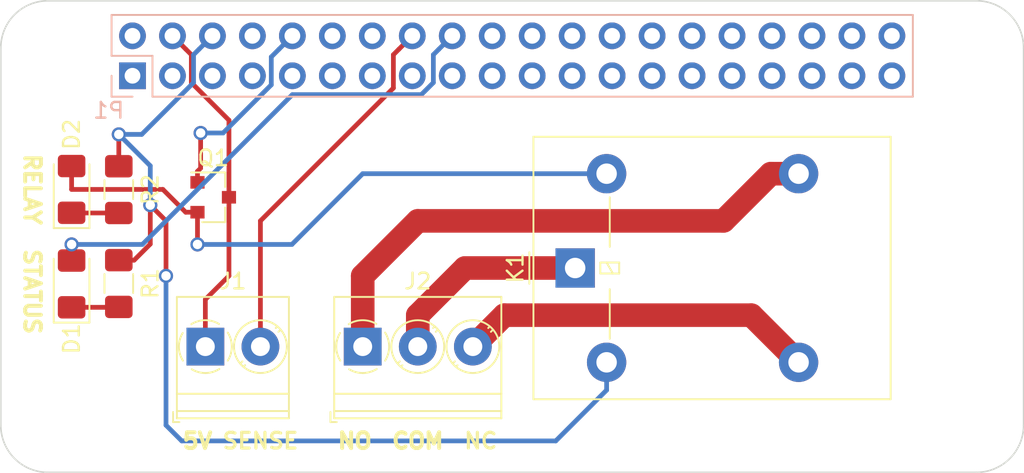
<source format=kicad_pcb>
(kicad_pcb (version 20171130) (host pcbnew "(5.0.0)")

  (general
    (thickness 1.6)
    (drawings 15)
    (tracks 77)
    (zones 0)
    (modules 13)
    (nets 38)
  )

  (page A3)
  (title_block
    (date "15 nov 2012")
  )

  (layers
    (0 F.Cu signal)
    (31 B.Cu signal)
    (32 B.Adhes user)
    (33 F.Adhes user)
    (34 B.Paste user)
    (35 F.Paste user)
    (36 B.SilkS user)
    (37 F.SilkS user)
    (38 B.Mask user)
    (39 F.Mask user)
    (40 Dwgs.User user)
    (41 Cmts.User user)
    (42 Eco1.User user)
    (43 Eco2.User user)
    (44 Edge.Cuts user)
  )

  (setup
    (last_trace_width 0.3)
    (trace_clearance 0.2)
    (zone_clearance 0.508)
    (zone_45_only no)
    (trace_min 0.1524)
    (segment_width 0.1)
    (edge_width 0.1)
    (via_size 0.9)
    (via_drill 0.6)
    (via_min_size 0.8)
    (via_min_drill 0.5)
    (uvia_size 0.5)
    (uvia_drill 0.1)
    (uvias_allowed no)
    (uvia_min_size 0.5)
    (uvia_min_drill 0.1)
    (pcb_text_width 0.3)
    (pcb_text_size 1 1)
    (mod_edge_width 0.15)
    (mod_text_size 1 1)
    (mod_text_width 0.15)
    (pad_size 2.5 2.5)
    (pad_drill 2.5)
    (pad_to_mask_clearance 0)
    (aux_axis_origin 200 150)
    (grid_origin 203 150)
    (visible_elements 7FFFFFFF)
    (pcbplotparams
      (layerselection 0x010f0_ffffffff)
      (usegerberextensions false)
      (usegerberattributes true)
      (usegerberadvancedattributes false)
      (creategerberjobfile false)
      (excludeedgelayer true)
      (linewidth 0.150000)
      (plotframeref false)
      (viasonmask false)
      (mode 1)
      (useauxorigin false)
      (hpglpennumber 1)
      (hpglpenspeed 20)
      (hpglpendiameter 15.000000)
      (psnegative false)
      (psa4output false)
      (plotreference true)
      (plotvalue true)
      (plotinvisibletext false)
      (padsonsilk false)
      (subtractmaskfromsilk false)
      (outputformat 1)
      (mirror false)
      (drillshape 0)
      (scaleselection 1)
      (outputdirectory "gerber/"))
  )

  (net 0 "")
  (net 1 +3V3)
  (net 2 +5V)
  (net 3 GND)
  (net 4 /ID_SD)
  (net 5 /ID_SC)
  (net 6 /GPIO5)
  (net 7 /GPIO6)
  (net 8 /GPIO26)
  (net 9 "/GPIO2(SDA1)")
  (net 10 "/GPIO3(SCL1)")
  (net 11 "/GPIO4(GCLK)")
  (net 12 "/GPIO15(RXD0)")
  (net 13 "/GPIO17(GEN0)")
  (net 14 "/GPIO27(GEN2)")
  (net 15 "/GPIO22(GEN3)")
  (net 16 "/GPIO23(GEN4)")
  (net 17 "/GPIO24(GEN5)")
  (net 18 "/GPIO25(GEN6)")
  (net 19 "/GPIO18(GEN1)(PWM0)")
  (net 20 "/GPIO10(SPI0_MOSI)")
  (net 21 "/GPIO9(SPI0_MISO)")
  (net 22 "/GPIO11(SPI0_SCK)")
  (net 23 "/GPIO8(SPI0_CE_N)")
  (net 24 "/GPIO7(SPI1_CE_N)")
  (net 25 "/GPIO12(PWM0)")
  (net 26 "/GPIO13(PWM1)")
  (net 27 "/GPIO19(SPI1_MISO)")
  (net 28 /GPIO16)
  (net 29 "/GPIO20(SPI1_MOSI)")
  (net 30 "/GPIO21(SPI1_SCK)")
  (net 31 "Net-(D1-Pad1)")
  (net 32 "Net-(J2-Pad1)")
  (net 33 "Net-(J2-Pad2)")
  (net 34 "Net-(J2-Pad3)")
  (net 35 "Net-(D2-Pad1)")
  (net 36 "Net-(D2-Pad2)")
  (net 37 "Net-(P1-Pad8)")

  (net_class Default "This is the default net class."
    (clearance 0.2)
    (trace_width 0.3)
    (via_dia 0.9)
    (via_drill 0.6)
    (uvia_dia 0.5)
    (uvia_drill 0.1)
    (add_net +3V3)
    (add_net +5V)
    (add_net "/GPIO10(SPI0_MOSI)")
    (add_net "/GPIO11(SPI0_SCK)")
    (add_net "/GPIO12(PWM0)")
    (add_net "/GPIO13(PWM1)")
    (add_net "/GPIO15(RXD0)")
    (add_net /GPIO16)
    (add_net "/GPIO17(GEN0)")
    (add_net "/GPIO18(GEN1)(PWM0)")
    (add_net "/GPIO19(SPI1_MISO)")
    (add_net "/GPIO2(SDA1)")
    (add_net "/GPIO20(SPI1_MOSI)")
    (add_net "/GPIO21(SPI1_SCK)")
    (add_net "/GPIO22(GEN3)")
    (add_net "/GPIO23(GEN4)")
    (add_net "/GPIO24(GEN5)")
    (add_net "/GPIO25(GEN6)")
    (add_net /GPIO26)
    (add_net "/GPIO27(GEN2)")
    (add_net "/GPIO3(SCL1)")
    (add_net "/GPIO4(GCLK)")
    (add_net /GPIO5)
    (add_net /GPIO6)
    (add_net "/GPIO7(SPI1_CE_N)")
    (add_net "/GPIO8(SPI0_CE_N)")
    (add_net "/GPIO9(SPI0_MISO)")
    (add_net /ID_SC)
    (add_net /ID_SD)
    (add_net GND)
    (add_net "Net-(D1-Pad1)")
    (add_net "Net-(D2-Pad1)")
    (add_net "Net-(D2-Pad2)")
    (add_net "Net-(P1-Pad8)")
  )

  (net_class Power ""
    (clearance 0.5)
    (trace_width 1.5)
    (via_dia 1)
    (via_drill 0.7)
    (uvia_dia 0.5)
    (uvia_drill 0.1)
    (add_net "Net-(J2-Pad1)")
    (add_net "Net-(J2-Pad2)")
    (add_net "Net-(J2-Pad3)")
  )

  (module TerminalBlock_Phoenix:TerminalBlock_Phoenix_PT-1,5-2-3.5-H_1x02_P3.50mm_Horizontal (layer F.Cu) (tedit 5B294F3F) (tstamp 5B80E8BF)
    (at 213 142)
    (descr "Terminal Block Phoenix PT-1,5-2-3.5-H, 2 pins, pitch 3.5mm, size 7x7.6mm^2, drill diamater 1.2mm, pad diameter 2.4mm, see , script-generated using https://github.com/pointhi/kicad-footprint-generator/scripts/TerminalBlock_Phoenix")
    (tags "THT Terminal Block Phoenix PT-1,5-2-3.5-H pitch 3.5mm size 7x7.6mm^2 drill 1.2mm pad 2.4mm")
    (path /5B7566A2)
    (fp_text reference J1 (at 1.75 -4.16) (layer F.SilkS)
      (effects (font (size 1 1) (thickness 0.15)))
    )
    (fp_text value Screw_Terminal_01x02 (at 1.75 5.56) (layer F.Fab)
      (effects (font (size 1 1) (thickness 0.15)))
    )
    (fp_arc (start 0 0) (end 0 1.68) (angle -32) (layer F.SilkS) (width 0.12))
    (fp_arc (start 0 0) (end 1.425 0.891) (angle -64) (layer F.SilkS) (width 0.12))
    (fp_arc (start 0 0) (end 0.866 -1.44) (angle -63) (layer F.SilkS) (width 0.12))
    (fp_arc (start 0 0) (end -1.44 -0.866) (angle -63) (layer F.SilkS) (width 0.12))
    (fp_arc (start 0 0) (end -0.866 1.44) (angle -32) (layer F.SilkS) (width 0.12))
    (fp_circle (center 0 0) (end 1.5 0) (layer F.Fab) (width 0.1))
    (fp_circle (center 3.5 0) (end 5 0) (layer F.Fab) (width 0.1))
    (fp_circle (center 3.5 0) (end 5.18 0) (layer F.SilkS) (width 0.12))
    (fp_line (start -1.75 -3.1) (end 5.25 -3.1) (layer F.Fab) (width 0.1))
    (fp_line (start 5.25 -3.1) (end 5.25 4.5) (layer F.Fab) (width 0.1))
    (fp_line (start 5.25 4.5) (end -1.35 4.5) (layer F.Fab) (width 0.1))
    (fp_line (start -1.35 4.5) (end -1.75 4.1) (layer F.Fab) (width 0.1))
    (fp_line (start -1.75 4.1) (end -1.75 -3.1) (layer F.Fab) (width 0.1))
    (fp_line (start -1.75 4.1) (end 5.25 4.1) (layer F.Fab) (width 0.1))
    (fp_line (start -1.81 4.1) (end 5.31 4.1) (layer F.SilkS) (width 0.12))
    (fp_line (start -1.75 3) (end 5.25 3) (layer F.Fab) (width 0.1))
    (fp_line (start -1.81 3) (end 5.31 3) (layer F.SilkS) (width 0.12))
    (fp_line (start -1.81 -3.16) (end 5.31 -3.16) (layer F.SilkS) (width 0.12))
    (fp_line (start -1.81 4.56) (end 5.31 4.56) (layer F.SilkS) (width 0.12))
    (fp_line (start -1.81 -3.16) (end -1.81 4.56) (layer F.SilkS) (width 0.12))
    (fp_line (start 5.31 -3.16) (end 5.31 4.56) (layer F.SilkS) (width 0.12))
    (fp_line (start 1.138 -0.955) (end -0.955 1.138) (layer F.Fab) (width 0.1))
    (fp_line (start 0.955 -1.138) (end -1.138 0.955) (layer F.Fab) (width 0.1))
    (fp_line (start 4.638 -0.955) (end 2.546 1.138) (layer F.Fab) (width 0.1))
    (fp_line (start 4.455 -1.138) (end 2.363 0.955) (layer F.Fab) (width 0.1))
    (fp_line (start 4.775 -1.069) (end 4.646 -0.941) (layer F.SilkS) (width 0.12))
    (fp_line (start 2.525 1.181) (end 2.431 1.274) (layer F.SilkS) (width 0.12))
    (fp_line (start 4.57 -1.275) (end 4.476 -1.181) (layer F.SilkS) (width 0.12))
    (fp_line (start 2.355 0.941) (end 2.226 1.069) (layer F.SilkS) (width 0.12))
    (fp_line (start -2.05 4.16) (end -2.05 4.8) (layer F.SilkS) (width 0.12))
    (fp_line (start -2.05 4.8) (end -1.65 4.8) (layer F.SilkS) (width 0.12))
    (fp_line (start -2.25 -3.6) (end -2.25 5) (layer F.CrtYd) (width 0.05))
    (fp_line (start -2.25 5) (end 5.75 5) (layer F.CrtYd) (width 0.05))
    (fp_line (start 5.75 5) (end 5.75 -3.6) (layer F.CrtYd) (width 0.05))
    (fp_line (start 5.75 -3.6) (end -2.25 -3.6) (layer F.CrtYd) (width 0.05))
    (fp_text user %R (at 1.75 2.4) (layer F.Fab)
      (effects (font (size 1 1) (thickness 0.15)))
    )
    (pad 1 thru_hole rect (at 0 0) (size 2.4 2.4) (drill 1.2) (layers *.Cu *.Mask)
      (net 2 +5V))
    (pad 2 thru_hole circle (at 3.5 0) (size 2.4 2.4) (drill 1.2) (layers *.Cu *.Mask)
      (net 16 "/GPIO23(GEN4)"))
    (model ${KISYS3DMOD}/TerminalBlock_Phoenix.3dshapes/TerminalBlock_Phoenix_PT-1,5-2-3.5-H_1x02_P3.50mm_Horizontal.wrl
      (at (xyz 0 0 0))
      (scale (xyz 1 1 1))
      (rotate (xyz 0 0 0))
    )
  )

  (module Package_TO_SOT_SMD:SOT-23 (layer F.Cu) (tedit 5A02FF57) (tstamp 5B7591CE)
    (at 213.5 132.5)
    (descr "SOT-23, Standard")
    (tags SOT-23)
    (path /5B75C250)
    (attr smd)
    (fp_text reference Q1 (at 0 -2.5) (layer F.SilkS)
      (effects (font (size 1 1) (thickness 0.15)))
    )
    (fp_text value MMBT3904 (at 0 2.5) (layer F.Fab)
      (effects (font (size 1 1) (thickness 0.15)))
    )
    (fp_text user %R (at 0 0 90) (layer F.Fab)
      (effects (font (size 0.5 0.5) (thickness 0.075)))
    )
    (fp_line (start -0.7 -0.95) (end -0.7 1.5) (layer F.Fab) (width 0.1))
    (fp_line (start -0.15 -1.52) (end 0.7 -1.52) (layer F.Fab) (width 0.1))
    (fp_line (start -0.7 -0.95) (end -0.15 -1.52) (layer F.Fab) (width 0.1))
    (fp_line (start 0.7 -1.52) (end 0.7 1.52) (layer F.Fab) (width 0.1))
    (fp_line (start -0.7 1.52) (end 0.7 1.52) (layer F.Fab) (width 0.1))
    (fp_line (start 0.76 1.58) (end 0.76 0.65) (layer F.SilkS) (width 0.12))
    (fp_line (start 0.76 -1.58) (end 0.76 -0.65) (layer F.SilkS) (width 0.12))
    (fp_line (start -1.7 -1.75) (end 1.7 -1.75) (layer F.CrtYd) (width 0.05))
    (fp_line (start 1.7 -1.75) (end 1.7 1.75) (layer F.CrtYd) (width 0.05))
    (fp_line (start 1.7 1.75) (end -1.7 1.75) (layer F.CrtYd) (width 0.05))
    (fp_line (start -1.7 1.75) (end -1.7 -1.75) (layer F.CrtYd) (width 0.05))
    (fp_line (start 0.76 -1.58) (end -1.4 -1.58) (layer F.SilkS) (width 0.12))
    (fp_line (start 0.76 1.58) (end -0.7 1.58) (layer F.SilkS) (width 0.12))
    (pad 1 smd rect (at -1 -0.95) (size 0.9 0.8) (layers F.Cu F.Paste F.Mask)
      (net 12 "/GPIO15(RXD0)"))
    (pad 2 smd rect (at -1 0.95) (size 0.9 0.8) (layers F.Cu F.Paste F.Mask)
      (net 36 "Net-(D2-Pad2)"))
    (pad 3 smd rect (at 1 0) (size 0.9 0.8) (layers F.Cu F.Paste F.Mask)
      (net 2 +5V))
    (model ${KISYS3DMOD}/Package_TO_SOT_SMD.3dshapes/SOT-23.wrl
      (at (xyz 0 0 0))
      (scale (xyz 1 1 1))
      (rotate (xyz 0 0 0))
    )
  )

  (module LED_SMD:LED_1206_3216Metric_Pad1.42x1.75mm_HandSolder (layer F.Cu) (tedit 5B4B45C9) (tstamp 5B80F3C6)
    (at 204.5 132 90)
    (descr "LED SMD 1206 (3216 Metric), square (rectangular) end terminal, IPC_7351 nominal, (Body size source: http://www.tortai-tech.com/upload/download/2011102023233369053.pdf), generated with kicad-footprint-generator")
    (tags "LED handsolder")
    (path /5B76D8B5)
    (attr smd)
    (fp_text reference D2 (at 3.5 0 90) (layer F.SilkS)
      (effects (font (size 1 1) (thickness 0.15)))
    )
    (fp_text value LED (at 0 1.82 90) (layer F.Fab)
      (effects (font (size 1 1) (thickness 0.15)))
    )
    (fp_line (start 1.6 -0.8) (end -1.2 -0.8) (layer F.Fab) (width 0.1))
    (fp_line (start -1.2 -0.8) (end -1.6 -0.4) (layer F.Fab) (width 0.1))
    (fp_line (start -1.6 -0.4) (end -1.6 0.8) (layer F.Fab) (width 0.1))
    (fp_line (start -1.6 0.8) (end 1.6 0.8) (layer F.Fab) (width 0.1))
    (fp_line (start 1.6 0.8) (end 1.6 -0.8) (layer F.Fab) (width 0.1))
    (fp_line (start 1.6 -1.135) (end -2.46 -1.135) (layer F.SilkS) (width 0.12))
    (fp_line (start -2.46 -1.135) (end -2.46 1.135) (layer F.SilkS) (width 0.12))
    (fp_line (start -2.46 1.135) (end 1.6 1.135) (layer F.SilkS) (width 0.12))
    (fp_line (start -2.45 1.12) (end -2.45 -1.12) (layer F.CrtYd) (width 0.05))
    (fp_line (start -2.45 -1.12) (end 2.45 -1.12) (layer F.CrtYd) (width 0.05))
    (fp_line (start 2.45 -1.12) (end 2.45 1.12) (layer F.CrtYd) (width 0.05))
    (fp_line (start 2.45 1.12) (end -2.45 1.12) (layer F.CrtYd) (width 0.05))
    (fp_text user %R (at 0 0 90) (layer F.Fab)
      (effects (font (size 0.8 0.8) (thickness 0.12)))
    )
    (pad 1 smd roundrect (at -1.4875 0 90) (size 1.425 1.75) (layers F.Cu F.Paste F.Mask) (roundrect_rratio 0.175439)
      (net 35 "Net-(D2-Pad1)"))
    (pad 2 smd roundrect (at 1.4875 0 90) (size 1.425 1.75) (layers F.Cu F.Paste F.Mask) (roundrect_rratio 0.175439)
      (net 36 "Net-(D2-Pad2)"))
    (model ${KISYS3DMOD}/LED_SMD.3dshapes/LED_1206_3216Metric.wrl
      (at (xyz 0 0 0))
      (scale (xyz 1 1 1))
      (rotate (xyz 0 0 0))
    )
  )

  (module Resistor_SMD:R_1206_3216Metric_Pad1.42x1.75mm_HandSolder (layer F.Cu) (tedit 5B301BBD) (tstamp 5B80F3D7)
    (at 207.5 132.0125 90)
    (descr "Resistor SMD 1206 (3216 Metric), square (rectangular) end terminal, IPC_7351 nominal with elongated pad for handsoldering. (Body size source: http://www.tortai-tech.com/upload/download/2011102023233369053.pdf), generated with kicad-footprint-generator")
    (tags "resistor handsolder")
    (path /5B76D8BC)
    (attr smd)
    (fp_text reference R2 (at 0 2 90) (layer F.SilkS)
      (effects (font (size 1 1) (thickness 0.15)))
    )
    (fp_text value R (at 0 1.82 90) (layer F.Fab)
      (effects (font (size 1 1) (thickness 0.15)))
    )
    (fp_line (start -1.6 0.8) (end -1.6 -0.8) (layer F.Fab) (width 0.1))
    (fp_line (start -1.6 -0.8) (end 1.6 -0.8) (layer F.Fab) (width 0.1))
    (fp_line (start 1.6 -0.8) (end 1.6 0.8) (layer F.Fab) (width 0.1))
    (fp_line (start 1.6 0.8) (end -1.6 0.8) (layer F.Fab) (width 0.1))
    (fp_line (start -0.602064 -0.91) (end 0.602064 -0.91) (layer F.SilkS) (width 0.12))
    (fp_line (start -0.602064 0.91) (end 0.602064 0.91) (layer F.SilkS) (width 0.12))
    (fp_line (start -2.45 1.12) (end -2.45 -1.12) (layer F.CrtYd) (width 0.05))
    (fp_line (start -2.45 -1.12) (end 2.45 -1.12) (layer F.CrtYd) (width 0.05))
    (fp_line (start 2.45 -1.12) (end 2.45 1.12) (layer F.CrtYd) (width 0.05))
    (fp_line (start 2.45 1.12) (end -2.45 1.12) (layer F.CrtYd) (width 0.05))
    (fp_text user %R (at 0 0 90) (layer F.Fab)
      (effects (font (size 0.8 0.8) (thickness 0.12)))
    )
    (pad 1 smd roundrect (at -1.4875 0 90) (size 1.425 1.75) (layers F.Cu F.Paste F.Mask) (roundrect_rratio 0.175439)
      (net 35 "Net-(D2-Pad1)"))
    (pad 2 smd roundrect (at 1.4875 0 90) (size 1.425 1.75) (layers F.Cu F.Paste F.Mask) (roundrect_rratio 0.175439)
      (net 3 GND))
    (model ${KISYS3DMOD}/Resistor_SMD.3dshapes/R_1206_3216Metric.wrl
      (at (xyz 0 0 0))
      (scale (xyz 1 1 1))
      (rotate (xyz 0 0 0))
    )
  )

  (module Connector_PinSocket_2.54mm:PinSocket_2x20_P2.54mm_Vertical (layer B.Cu) (tedit 5A19A433) (tstamp 5A793E9F)
    (at 208.37 124.77 270)
    (descr "Through hole straight socket strip, 2x20, 2.54mm pitch, double cols (from Kicad 4.0.7), script generated")
    (tags "Through hole socket strip THT 2x20 2.54mm double row")
    (path /59AD464A)
    (fp_text reference P1 (at 2.208 1.512) (layer B.SilkS)
      (effects (font (size 1 1) (thickness 0.15)) (justify mirror))
    )
    (fp_text value Conn_02x20_Odd_Even (at -1.27 -51.03 270) (layer B.Fab)
      (effects (font (size 1 1) (thickness 0.15)) (justify mirror))
    )
    (fp_line (start -3.81 1.27) (end 0.27 1.27) (layer B.Fab) (width 0.1))
    (fp_line (start 0.27 1.27) (end 1.27 0.27) (layer B.Fab) (width 0.1))
    (fp_line (start 1.27 0.27) (end 1.27 -49.53) (layer B.Fab) (width 0.1))
    (fp_line (start 1.27 -49.53) (end -3.81 -49.53) (layer B.Fab) (width 0.1))
    (fp_line (start -3.81 -49.53) (end -3.81 1.27) (layer B.Fab) (width 0.1))
    (fp_line (start -3.87 1.33) (end -1.27 1.33) (layer B.SilkS) (width 0.12))
    (fp_line (start -3.87 1.33) (end -3.87 -49.59) (layer B.SilkS) (width 0.12))
    (fp_line (start -3.87 -49.59) (end 1.33 -49.59) (layer B.SilkS) (width 0.12))
    (fp_line (start 1.33 -1.27) (end 1.33 -49.59) (layer B.SilkS) (width 0.12))
    (fp_line (start -1.27 -1.27) (end 1.33 -1.27) (layer B.SilkS) (width 0.12))
    (fp_line (start -1.27 1.33) (end -1.27 -1.27) (layer B.SilkS) (width 0.12))
    (fp_line (start 1.33 1.33) (end 1.33 0) (layer B.SilkS) (width 0.12))
    (fp_line (start 0 1.33) (end 1.33 1.33) (layer B.SilkS) (width 0.12))
    (fp_line (start -4.34 1.8) (end 1.76 1.8) (layer B.CrtYd) (width 0.05))
    (fp_line (start 1.76 1.8) (end 1.76 -50) (layer B.CrtYd) (width 0.05))
    (fp_line (start 1.76 -50) (end -4.34 -50) (layer B.CrtYd) (width 0.05))
    (fp_line (start -4.34 -50) (end -4.34 1.8) (layer B.CrtYd) (width 0.05))
    (fp_text user %R (at -1.27 -24.13 180) (layer B.Fab)
      (effects (font (size 1 1) (thickness 0.15)) (justify mirror))
    )
    (pad 1 thru_hole rect (at 0 0 270) (size 1.7 1.7) (drill 1) (layers *.Cu *.Mask)
      (net 1 +3V3))
    (pad 2 thru_hole oval (at -2.54 0 270) (size 1.7 1.7) (drill 1) (layers *.Cu *.Mask)
      (net 2 +5V))
    (pad 3 thru_hole oval (at 0 -2.54 270) (size 1.7 1.7) (drill 1) (layers *.Cu *.Mask)
      (net 9 "/GPIO2(SDA1)"))
    (pad 4 thru_hole oval (at -2.54 -2.54 270) (size 1.7 1.7) (drill 1) (layers *.Cu *.Mask)
      (net 2 +5V))
    (pad 5 thru_hole oval (at 0 -5.08 270) (size 1.7 1.7) (drill 1) (layers *.Cu *.Mask)
      (net 10 "/GPIO3(SCL1)"))
    (pad 6 thru_hole oval (at -2.54 -5.08 270) (size 1.7 1.7) (drill 1) (layers *.Cu *.Mask)
      (net 3 GND))
    (pad 7 thru_hole oval (at 0 -7.62 270) (size 1.7 1.7) (drill 1) (layers *.Cu *.Mask)
      (net 11 "/GPIO4(GCLK)"))
    (pad 8 thru_hole oval (at -2.54 -7.62 270) (size 1.7 1.7) (drill 1) (layers *.Cu *.Mask)
      (net 37 "Net-(P1-Pad8)"))
    (pad 9 thru_hole oval (at 0 -10.16 270) (size 1.7 1.7) (drill 1) (layers *.Cu *.Mask)
      (net 3 GND))
    (pad 10 thru_hole oval (at -2.54 -10.16 270) (size 1.7 1.7) (drill 1) (layers *.Cu *.Mask)
      (net 12 "/GPIO15(RXD0)"))
    (pad 11 thru_hole oval (at 0 -12.7 270) (size 1.7 1.7) (drill 1) (layers *.Cu *.Mask)
      (net 13 "/GPIO17(GEN0)"))
    (pad 12 thru_hole oval (at -2.54 -12.7 270) (size 1.7 1.7) (drill 1) (layers *.Cu *.Mask)
      (net 19 "/GPIO18(GEN1)(PWM0)"))
    (pad 13 thru_hole oval (at 0 -15.24 270) (size 1.7 1.7) (drill 1) (layers *.Cu *.Mask)
      (net 14 "/GPIO27(GEN2)"))
    (pad 14 thru_hole oval (at -2.54 -15.24 270) (size 1.7 1.7) (drill 1) (layers *.Cu *.Mask)
      (net 3 GND))
    (pad 15 thru_hole oval (at 0 -17.78 270) (size 1.7 1.7) (drill 1) (layers *.Cu *.Mask)
      (net 15 "/GPIO22(GEN3)"))
    (pad 16 thru_hole oval (at -2.54 -17.78 270) (size 1.7 1.7) (drill 1) (layers *.Cu *.Mask)
      (net 16 "/GPIO23(GEN4)"))
    (pad 17 thru_hole oval (at 0 -20.32 270) (size 1.7 1.7) (drill 1) (layers *.Cu *.Mask)
      (net 1 +3V3))
    (pad 18 thru_hole oval (at -2.54 -20.32 270) (size 1.7 1.7) (drill 1) (layers *.Cu *.Mask)
      (net 17 "/GPIO24(GEN5)"))
    (pad 19 thru_hole oval (at 0 -22.86 270) (size 1.7 1.7) (drill 1) (layers *.Cu *.Mask)
      (net 20 "/GPIO10(SPI0_MOSI)"))
    (pad 20 thru_hole oval (at -2.54 -22.86 270) (size 1.7 1.7) (drill 1) (layers *.Cu *.Mask)
      (net 3 GND))
    (pad 21 thru_hole oval (at 0 -25.4 270) (size 1.7 1.7) (drill 1) (layers *.Cu *.Mask)
      (net 21 "/GPIO9(SPI0_MISO)"))
    (pad 22 thru_hole oval (at -2.54 -25.4 270) (size 1.7 1.7) (drill 1) (layers *.Cu *.Mask)
      (net 18 "/GPIO25(GEN6)"))
    (pad 23 thru_hole oval (at 0 -27.94 270) (size 1.7 1.7) (drill 1) (layers *.Cu *.Mask)
      (net 22 "/GPIO11(SPI0_SCK)"))
    (pad 24 thru_hole oval (at -2.54 -27.94 270) (size 1.7 1.7) (drill 1) (layers *.Cu *.Mask)
      (net 23 "/GPIO8(SPI0_CE_N)"))
    (pad 25 thru_hole oval (at 0 -30.48 270) (size 1.7 1.7) (drill 1) (layers *.Cu *.Mask)
      (net 3 GND))
    (pad 26 thru_hole oval (at -2.54 -30.48 270) (size 1.7 1.7) (drill 1) (layers *.Cu *.Mask)
      (net 24 "/GPIO7(SPI1_CE_N)"))
    (pad 27 thru_hole oval (at 0 -33.02 270) (size 1.7 1.7) (drill 1) (layers *.Cu *.Mask)
      (net 4 /ID_SD))
    (pad 28 thru_hole oval (at -2.54 -33.02 270) (size 1.7 1.7) (drill 1) (layers *.Cu *.Mask)
      (net 5 /ID_SC))
    (pad 29 thru_hole oval (at 0 -35.56 270) (size 1.7 1.7) (drill 1) (layers *.Cu *.Mask)
      (net 6 /GPIO5))
    (pad 30 thru_hole oval (at -2.54 -35.56 270) (size 1.7 1.7) (drill 1) (layers *.Cu *.Mask)
      (net 3 GND))
    (pad 31 thru_hole oval (at 0 -38.1 270) (size 1.7 1.7) (drill 1) (layers *.Cu *.Mask)
      (net 7 /GPIO6))
    (pad 32 thru_hole oval (at -2.54 -38.1 270) (size 1.7 1.7) (drill 1) (layers *.Cu *.Mask)
      (net 25 "/GPIO12(PWM0)"))
    (pad 33 thru_hole oval (at 0 -40.64 270) (size 1.7 1.7) (drill 1) (layers *.Cu *.Mask)
      (net 26 "/GPIO13(PWM1)"))
    (pad 34 thru_hole oval (at -2.54 -40.64 270) (size 1.7 1.7) (drill 1) (layers *.Cu *.Mask)
      (net 3 GND))
    (pad 35 thru_hole oval (at 0 -43.18 270) (size 1.7 1.7) (drill 1) (layers *.Cu *.Mask)
      (net 27 "/GPIO19(SPI1_MISO)"))
    (pad 36 thru_hole oval (at -2.54 -43.18 270) (size 1.7 1.7) (drill 1) (layers *.Cu *.Mask)
      (net 28 /GPIO16))
    (pad 37 thru_hole oval (at 0 -45.72 270) (size 1.7 1.7) (drill 1) (layers *.Cu *.Mask)
      (net 8 /GPIO26))
    (pad 38 thru_hole oval (at -2.54 -45.72 270) (size 1.7 1.7) (drill 1) (layers *.Cu *.Mask)
      (net 29 "/GPIO20(SPI1_MOSI)"))
    (pad 39 thru_hole oval (at 0 -48.26 270) (size 1.7 1.7) (drill 1) (layers *.Cu *.Mask)
      (net 3 GND))
    (pad 40 thru_hole oval (at -2.54 -48.26 270) (size 1.7 1.7) (drill 1) (layers *.Cu *.Mask)
      (net 30 "/GPIO21(SPI1_SCK)"))
    (model ${KISYS3DMOD}/Connector_PinSocket_2.54mm.3dshapes/PinSocket_2x20_P2.54mm_Vertical.wrl
      (at (xyz 0 0 0))
      (scale (xyz 1 1 1))
      (rotate (xyz 0 0 0))
    )
  )

  (module MountingHole:MountingHole_2.7mm_M2.5 (layer F.Cu) (tedit 5B74A41B) (tstamp 5A793E98)
    (at 261.5 146.5)
    (descr "Mounting Hole 2.7mm, no annular, M2.5")
    (tags "mounting hole 2.7mm no annular m2.5")
    (path /5834FC4F)
    (attr virtual)
    (fp_text reference MK4 (at 0 -3.7) (layer F.SilkS) hide
      (effects (font (size 1 1) (thickness 0.15)))
    )
    (fp_text value M2.5 (at 0 3.7) (layer F.Fab)
      (effects (font (size 1 1) (thickness 0.15)))
    )
    (fp_circle (center 0 0) (end 2.95 0) (layer F.CrtYd) (width 0.05))
    (fp_circle (center 0 0) (end 2.7 0) (layer Cmts.User) (width 0.15))
    (fp_text user %R (at 0.3 0) (layer F.Fab)
      (effects (font (size 1 1) (thickness 0.15)))
    )
    (pad 1 np_thru_hole circle (at 0 0) (size 2.7 2.7) (drill 2.7) (layers *.Cu *.Mask))
  )

  (module MountingHole:MountingHole_2.7mm_M2.5 (layer F.Cu) (tedit 5B74A40D) (tstamp 5A793E91)
    (at 203.5 146.5)
    (descr "Mounting Hole 2.7mm, no annular, M2.5")
    (tags "mounting hole 2.7mm no annular m2.5")
    (path /5834FBEF)
    (attr virtual)
    (fp_text reference MK3 (at 3 -3) (layer F.SilkS) hide
      (effects (font (size 1 1) (thickness 0.15)))
    )
    (fp_text value M2.5 (at 0 3.7) (layer F.Fab)
      (effects (font (size 1 1) (thickness 0.15)))
    )
    (fp_text user %R (at 0.3 0) (layer F.Fab)
      (effects (font (size 1 1) (thickness 0.15)))
    )
    (fp_circle (center 0 0) (end 2.7 0) (layer Cmts.User) (width 0.15))
    (fp_circle (center 0 0) (end 2.95 0) (layer F.CrtYd) (width 0.05))
    (pad 1 np_thru_hole circle (at 0 0) (size 2.7 2.7) (drill 2.7) (layers *.Cu *.Mask))
  )

  (module MountingHole:MountingHole_2.7mm_M2.5 (layer F.Cu) (tedit 5B74A422) (tstamp 5A793E8A)
    (at 261.5 123.5 180)
    (descr "Mounting Hole 2.7mm, no annular, M2.5")
    (tags "mounting hole 2.7mm no annular m2.5")
    (path /5834FC19)
    (attr virtual)
    (fp_text reference MK2 (at 0 -3.7 180) (layer F.SilkS) hide
      (effects (font (size 1 1) (thickness 0.15)))
    )
    (fp_text value M2.5 (at 0 3.7 180) (layer F.Fab)
      (effects (font (size 1 1) (thickness 0.15)))
    )
    (fp_circle (center 0 0) (end 2.95 0) (layer F.CrtYd) (width 0.05))
    (fp_circle (center 0 0) (end 2.7 0) (layer Cmts.User) (width 0.15))
    (fp_text user %R (at 0.3 0 180) (layer F.Fab)
      (effects (font (size 1 1) (thickness 0.15)))
    )
    (pad 1 np_thru_hole circle (at 0 0 180) (size 2.7 2.7) (drill 2.7) (layers *.Cu *.Mask))
  )

  (module MountingHole:MountingHole_2.7mm_M2.5 (layer F.Cu) (tedit 5B74A415) (tstamp 5A793E83)
    (at 203.5 123.5 180)
    (descr "Mounting Hole 2.7mm, no annular, M2.5")
    (tags "mounting hole 2.7mm no annular m2.5")
    (path /5834FB2E)
    (attr virtual)
    (fp_text reference MK1 (at 0 -3.7 180) (layer F.SilkS) hide
      (effects (font (size 1 1) (thickness 0.15)))
    )
    (fp_text value M2.5 (at 0 3.7 180) (layer F.Fab)
      (effects (font (size 1 1) (thickness 0.15)))
    )
    (fp_text user %R (at 0.3 0 180) (layer F.Fab)
      (effects (font (size 1 1) (thickness 0.15)))
    )
    (fp_circle (center 0 0) (end 2.7 0) (layer Cmts.User) (width 0.15))
    (fp_circle (center 0 0) (end 2.95 0) (layer F.CrtYd) (width 0.05))
    (pad 1 np_thru_hole circle (at 0 0 180) (size 2.7 2.7) (drill 2.7) (layers *.Cu *.Mask))
  )

  (module LED_SMD:LED_1206_3216Metric_Pad1.42x1.75mm_HandSolder (layer F.Cu) (tedit 5B4B45C9) (tstamp 5B80E895)
    (at 204.5 138.0125 90)
    (descr "LED SMD 1206 (3216 Metric), square (rectangular) end terminal, IPC_7351 nominal, (Body size source: http://www.tortai-tech.com/upload/download/2011102023233369053.pdf), generated with kicad-footprint-generator")
    (tags "LED handsolder")
    (path /5B75BBE7)
    (attr smd)
    (fp_text reference D1 (at -3.4875 0 90) (layer F.SilkS)
      (effects (font (size 1 1) (thickness 0.15)))
    )
    (fp_text value LED (at 0 1.82 90) (layer F.Fab)
      (effects (font (size 1 1) (thickness 0.15)))
    )
    (fp_line (start 1.6 -0.8) (end -1.2 -0.8) (layer F.Fab) (width 0.1))
    (fp_line (start -1.2 -0.8) (end -1.6 -0.4) (layer F.Fab) (width 0.1))
    (fp_line (start -1.6 -0.4) (end -1.6 0.8) (layer F.Fab) (width 0.1))
    (fp_line (start -1.6 0.8) (end 1.6 0.8) (layer F.Fab) (width 0.1))
    (fp_line (start 1.6 0.8) (end 1.6 -0.8) (layer F.Fab) (width 0.1))
    (fp_line (start 1.6 -1.135) (end -2.46 -1.135) (layer F.SilkS) (width 0.12))
    (fp_line (start -2.46 -1.135) (end -2.46 1.135) (layer F.SilkS) (width 0.12))
    (fp_line (start -2.46 1.135) (end 1.6 1.135) (layer F.SilkS) (width 0.12))
    (fp_line (start -2.45 1.12) (end -2.45 -1.12) (layer F.CrtYd) (width 0.05))
    (fp_line (start -2.45 -1.12) (end 2.45 -1.12) (layer F.CrtYd) (width 0.05))
    (fp_line (start 2.45 -1.12) (end 2.45 1.12) (layer F.CrtYd) (width 0.05))
    (fp_line (start 2.45 1.12) (end -2.45 1.12) (layer F.CrtYd) (width 0.05))
    (fp_text user %R (at 0 0 90) (layer F.Fab)
      (effects (font (size 0.8 0.8) (thickness 0.12)))
    )
    (pad 1 smd roundrect (at -1.4875 0 90) (size 1.425 1.75) (layers F.Cu F.Paste F.Mask) (roundrect_rratio 0.175439)
      (net 31 "Net-(D1-Pad1)"))
    (pad 2 smd roundrect (at 1.4875 0 90) (size 1.425 1.75) (layers F.Cu F.Paste F.Mask) (roundrect_rratio 0.175439)
      (net 17 "/GPIO24(GEN5)"))
    (model ${KISYS3DMOD}/LED_SMD.3dshapes/LED_1206_3216Metric.wrl
      (at (xyz 0 0 0))
      (scale (xyz 1 1 1))
      (rotate (xyz 0 0 0))
    )
  )

  (module TerminalBlock_Phoenix:TerminalBlock_Phoenix_PT-1,5-3-3.5-H_1x03_P3.50mm_Horizontal (layer F.Cu) (tedit 5B294F3F) (tstamp 5B80E8F2)
    (at 223 142)
    (descr "Terminal Block Phoenix PT-1,5-3-3.5-H, 3 pins, pitch 3.5mm, size 10.5x7.6mm^2, drill diamater 1.2mm, pad diameter 2.4mm, see , script-generated using https://github.com/pointhi/kicad-footprint-generator/scripts/TerminalBlock_Phoenix")
    (tags "THT Terminal Block Phoenix PT-1,5-3-3.5-H pitch 3.5mm size 10.5x7.6mm^2 drill 1.2mm pad 2.4mm")
    (path /5B74AFC8)
    (fp_text reference J2 (at 3.5 -4.16) (layer F.SilkS)
      (effects (font (size 1 1) (thickness 0.15)))
    )
    (fp_text value Screw_Terminal_01x03 (at 3.5 5.56) (layer F.Fab)
      (effects (font (size 1 1) (thickness 0.15)))
    )
    (fp_arc (start 0 0) (end 0 1.68) (angle -32) (layer F.SilkS) (width 0.12))
    (fp_arc (start 0 0) (end 1.425 0.891) (angle -64) (layer F.SilkS) (width 0.12))
    (fp_arc (start 0 0) (end 0.866 -1.44) (angle -63) (layer F.SilkS) (width 0.12))
    (fp_arc (start 0 0) (end -1.44 -0.866) (angle -63) (layer F.SilkS) (width 0.12))
    (fp_arc (start 0 0) (end -0.866 1.44) (angle -32) (layer F.SilkS) (width 0.12))
    (fp_circle (center 0 0) (end 1.5 0) (layer F.Fab) (width 0.1))
    (fp_circle (center 3.5 0) (end 5 0) (layer F.Fab) (width 0.1))
    (fp_circle (center 3.5 0) (end 5.18 0) (layer F.SilkS) (width 0.12))
    (fp_circle (center 7 0) (end 8.5 0) (layer F.Fab) (width 0.1))
    (fp_circle (center 7 0) (end 8.68 0) (layer F.SilkS) (width 0.12))
    (fp_line (start -1.75 -3.1) (end 8.75 -3.1) (layer F.Fab) (width 0.1))
    (fp_line (start 8.75 -3.1) (end 8.75 4.5) (layer F.Fab) (width 0.1))
    (fp_line (start 8.75 4.5) (end -1.35 4.5) (layer F.Fab) (width 0.1))
    (fp_line (start -1.35 4.5) (end -1.75 4.1) (layer F.Fab) (width 0.1))
    (fp_line (start -1.75 4.1) (end -1.75 -3.1) (layer F.Fab) (width 0.1))
    (fp_line (start -1.75 4.1) (end 8.75 4.1) (layer F.Fab) (width 0.1))
    (fp_line (start -1.81 4.1) (end 8.81 4.1) (layer F.SilkS) (width 0.12))
    (fp_line (start -1.75 3) (end 8.75 3) (layer F.Fab) (width 0.1))
    (fp_line (start -1.81 3) (end 8.81 3) (layer F.SilkS) (width 0.12))
    (fp_line (start -1.81 -3.16) (end 8.81 -3.16) (layer F.SilkS) (width 0.12))
    (fp_line (start -1.81 4.56) (end 8.81 4.56) (layer F.SilkS) (width 0.12))
    (fp_line (start -1.81 -3.16) (end -1.81 4.56) (layer F.SilkS) (width 0.12))
    (fp_line (start 8.81 -3.16) (end 8.81 4.56) (layer F.SilkS) (width 0.12))
    (fp_line (start 1.138 -0.955) (end -0.955 1.138) (layer F.Fab) (width 0.1))
    (fp_line (start 0.955 -1.138) (end -1.138 0.955) (layer F.Fab) (width 0.1))
    (fp_line (start 4.638 -0.955) (end 2.546 1.138) (layer F.Fab) (width 0.1))
    (fp_line (start 4.455 -1.138) (end 2.363 0.955) (layer F.Fab) (width 0.1))
    (fp_line (start 4.775 -1.069) (end 4.646 -0.941) (layer F.SilkS) (width 0.12))
    (fp_line (start 2.525 1.181) (end 2.431 1.274) (layer F.SilkS) (width 0.12))
    (fp_line (start 4.57 -1.275) (end 4.476 -1.181) (layer F.SilkS) (width 0.12))
    (fp_line (start 2.355 0.941) (end 2.226 1.069) (layer F.SilkS) (width 0.12))
    (fp_line (start 8.138 -0.955) (end 6.046 1.138) (layer F.Fab) (width 0.1))
    (fp_line (start 7.955 -1.138) (end 5.863 0.955) (layer F.Fab) (width 0.1))
    (fp_line (start 8.275 -1.069) (end 8.146 -0.941) (layer F.SilkS) (width 0.12))
    (fp_line (start 6.025 1.181) (end 5.931 1.274) (layer F.SilkS) (width 0.12))
    (fp_line (start 8.07 -1.275) (end 7.976 -1.181) (layer F.SilkS) (width 0.12))
    (fp_line (start 5.855 0.941) (end 5.726 1.069) (layer F.SilkS) (width 0.12))
    (fp_line (start -2.05 4.16) (end -2.05 4.8) (layer F.SilkS) (width 0.12))
    (fp_line (start -2.05 4.8) (end -1.65 4.8) (layer F.SilkS) (width 0.12))
    (fp_line (start -2.25 -3.6) (end -2.25 5) (layer F.CrtYd) (width 0.05))
    (fp_line (start -2.25 5) (end 9.25 5) (layer F.CrtYd) (width 0.05))
    (fp_line (start 9.25 5) (end 9.25 -3.6) (layer F.CrtYd) (width 0.05))
    (fp_line (start 9.25 -3.6) (end -2.25 -3.6) (layer F.CrtYd) (width 0.05))
    (fp_text user %R (at 3.5 2.4) (layer F.Fab)
      (effects (font (size 1 1) (thickness 0.15)))
    )
    (pad 1 thru_hole rect (at 0 0) (size 2.4 2.4) (drill 1.2) (layers *.Cu *.Mask)
      (net 32 "Net-(J2-Pad1)"))
    (pad 2 thru_hole circle (at 3.5 0) (size 2.4 2.4) (drill 1.2) (layers *.Cu *.Mask)
      (net 33 "Net-(J2-Pad2)"))
    (pad 3 thru_hole circle (at 7 0) (size 2.4 2.4) (drill 1.2) (layers *.Cu *.Mask)
      (net 34 "Net-(J2-Pad3)"))
    (model ${KISYS3DMOD}/TerminalBlock_Phoenix.3dshapes/TerminalBlock_Phoenix_PT-1,5-3-3.5-H_1x03_P3.50mm_Horizontal.wrl
      (at (xyz 0 0 0))
      (scale (xyz 1 1 1))
      (rotate (xyz 0 0 0))
    )
  )

  (module Relay_THT:Relay_SPDT_Omron-G5LE-1 (layer F.Cu) (tedit 5AE38B37) (tstamp 5B80EFFF)
    (at 236.5 137 90)
    (descr "Omron Relay SPDT, http://www.omron.com/ecb/products/pdf/en-g5le.pdf")
    (tags "Omron Relay SPDT")
    (path /5B74AE5B)
    (fp_text reference K1 (at 0 -3.8 90) (layer F.SilkS)
      (effects (font (size 1 1) (thickness 0.15)))
    )
    (fp_text value G5LE-1 (at 0 20.95 90) (layer F.Fab)
      (effects (font (size 1 1) (thickness 0.15)))
    )
    (fp_line (start 0 -1.55) (end 1 -2.55) (layer F.Fab) (width 0.1))
    (fp_line (start 1 -2.55) (end 8.25 -2.55) (layer F.Fab) (width 0.1))
    (fp_line (start 8.25 -2.55) (end 8.25 19.95) (layer F.Fab) (width 0.1))
    (fp_line (start 8.25 19.95) (end -8.25 19.95) (layer F.Fab) (width 0.1))
    (fp_line (start -8.25 19.95) (end -8.25 -2.55) (layer F.Fab) (width 0.1))
    (fp_line (start -8.25 -2.55) (end -1 -2.55) (layer F.Fab) (width 0.1))
    (fp_line (start -1 -2.55) (end 0 -1.55) (layer F.Fab) (width 0.1))
    (fp_line (start -4.5 2) (end 4.5 2) (layer F.Fab) (width 0.1))
    (fp_line (start 8.35 20.05) (end 8.35 -2.65) (layer F.SilkS) (width 0.12))
    (fp_line (start 8.35 -2.65) (end -8.35 -2.65) (layer F.SilkS) (width 0.12))
    (fp_line (start -8.35 -2.65) (end -8.35 20.05) (layer F.SilkS) (width 0.12))
    (fp_line (start -8.35 20.05) (end 8.35 20.05) (layer F.SilkS) (width 0.12))
    (fp_line (start -0.35 2.4) (end 0.35 2) (layer F.SilkS) (width 0.12))
    (fp_line (start 0.35 2.8) (end 0.35 1.6) (layer F.SilkS) (width 0.12))
    (fp_line (start 0.35 1.6) (end -0.35 1.6) (layer F.SilkS) (width 0.12))
    (fp_line (start -0.35 1.6) (end -0.35 2.8) (layer F.SilkS) (width 0.12))
    (fp_line (start -0.35 2.8) (end 0.35 2.8) (layer F.SilkS) (width 0.12))
    (fp_line (start -1 -2.91) (end 1 -2.91) (layer F.SilkS) (width 0.12))
    (fp_line (start -4.5 2.2) (end -1.35 2.2) (layer F.SilkS) (width 0.12))
    (fp_line (start 1.35 2.2) (end 4.5 2.2) (layer F.SilkS) (width 0.12))
    (fp_line (start 8.5 20.2) (end 8.5 -2.8) (layer F.CrtYd) (width 0.05))
    (fp_line (start 8.5 -2.8) (end -8.5 -2.8) (layer F.CrtYd) (width 0.05))
    (fp_line (start -8.5 -2.8) (end -8.5 20.2) (layer F.CrtYd) (width 0.05))
    (fp_line (start -8.5 20.2) (end 8.5 20.2) (layer F.CrtYd) (width 0.05))
    (fp_text user %R (at 0 8.7 90) (layer F.Fab)
      (effects (font (size 1 1) (thickness 0.15)))
    )
    (pad 1 thru_hole rect (at 0 0 90) (size 2.5 2.5) (drill 1.3) (layers *.Cu *.Mask)
      (net 33 "Net-(J2-Pad2)"))
    (pad 2 thru_hole oval (at -6 2 90) (size 2.5 2.5) (drill 1.3) (layers *.Cu *.Mask)
      (net 3 GND))
    (pad 3 thru_hole oval (at -6 14.2 90) (size 2.5 2.5) (drill 1.3) (layers *.Cu *.Mask)
      (net 34 "Net-(J2-Pad3)"))
    (pad 4 thru_hole oval (at 6 14.2 90) (size 2.5 2.5) (drill 1.3) (layers *.Cu *.Mask)
      (net 32 "Net-(J2-Pad1)"))
    (pad 5 thru_hole oval (at 6 2 90) (size 2.5 2.5) (drill 1.3) (layers *.Cu *.Mask)
      (net 36 "Net-(D2-Pad2)"))
    (model ${KISYS3DMOD}/Relay_THT.3dshapes/Relay_SPDT_Omron-G5LE-1.wrl
      (at (xyz 0 0 0))
      (scale (xyz 1 1 1))
      (rotate (xyz 0 0 0))
    )
  )

  (module Resistor_SMD:R_1206_3216Metric_Pad1.42x1.75mm_HandSolder (layer F.Cu) (tedit 5B301BBD) (tstamp 5B80E97A)
    (at 207.5 137.9875 90)
    (descr "Resistor SMD 1206 (3216 Metric), square (rectangular) end terminal, IPC_7351 nominal with elongated pad for handsoldering. (Body size source: http://www.tortai-tech.com/upload/download/2011102023233369053.pdf), generated with kicad-footprint-generator")
    (tags "resistor handsolder")
    (path /5B75BDC1)
    (attr smd)
    (fp_text reference R1 (at 0 2 90) (layer F.SilkS)
      (effects (font (size 1 1) (thickness 0.15)))
    )
    (fp_text value R (at 0 1.82 90) (layer F.Fab)
      (effects (font (size 1 1) (thickness 0.15)))
    )
    (fp_line (start -1.6 0.8) (end -1.6 -0.8) (layer F.Fab) (width 0.1))
    (fp_line (start -1.6 -0.8) (end 1.6 -0.8) (layer F.Fab) (width 0.1))
    (fp_line (start 1.6 -0.8) (end 1.6 0.8) (layer F.Fab) (width 0.1))
    (fp_line (start 1.6 0.8) (end -1.6 0.8) (layer F.Fab) (width 0.1))
    (fp_line (start -0.602064 -0.91) (end 0.602064 -0.91) (layer F.SilkS) (width 0.12))
    (fp_line (start -0.602064 0.91) (end 0.602064 0.91) (layer F.SilkS) (width 0.12))
    (fp_line (start -2.45 1.12) (end -2.45 -1.12) (layer F.CrtYd) (width 0.05))
    (fp_line (start -2.45 -1.12) (end 2.45 -1.12) (layer F.CrtYd) (width 0.05))
    (fp_line (start 2.45 -1.12) (end 2.45 1.12) (layer F.CrtYd) (width 0.05))
    (fp_line (start 2.45 1.12) (end -2.45 1.12) (layer F.CrtYd) (width 0.05))
    (fp_text user %R (at 0 0 90) (layer F.Fab)
      (effects (font (size 0.8 0.8) (thickness 0.12)))
    )
    (pad 1 smd roundrect (at -1.4875 0 90) (size 1.425 1.75) (layers F.Cu F.Paste F.Mask) (roundrect_rratio 0.175439)
      (net 31 "Net-(D1-Pad1)"))
    (pad 2 smd roundrect (at 1.4875 0 90) (size 1.425 1.75) (layers F.Cu F.Paste F.Mask) (roundrect_rratio 0.175439)
      (net 3 GND))
    (model ${KISYS3DMOD}/Resistor_SMD.3dshapes/R_1206_3216Metric.wrl
      (at (xyz 0 0 0))
      (scale (xyz 1 1 1))
      (rotate (xyz 0 0 0))
    )
  )

  (gr_line (start 262 150) (end 203 150) (layer Edge.Cuts) (width 0.1))
  (gr_text NO (at 222.5 148) (layer F.SilkS)
    (effects (font (size 1 1) (thickness 0.25)))
  )
  (gr_text NC (at 230.5 148) (layer F.SilkS)
    (effects (font (size 1 1) (thickness 0.2)))
  )
  (gr_text COM (at 226.5 148) (layer F.SilkS)
    (effects (font (size 1 1) (thickness 0.25)))
  )
  (gr_text SENSE (at 216.5 148) (layer F.SilkS)
    (effects (font (size 1 1) (thickness 0.2)))
  )
  (gr_text 5V (at 212.5 148) (layer F.SilkS)
    (effects (font (size 1 1) (thickness 0.25)))
  )
  (gr_text RELAY (at 202 132 270) (layer F.SilkS)
    (effects (font (size 1 1) (thickness 0.25)))
  )
  (gr_text STATUS (at 202 138.5 270) (layer F.SilkS)
    (effects (font (size 1 1) (thickness 0.25)))
  )
  (gr_arc (start 262 147) (end 262 150) (angle -90) (layer Edge.Cuts) (width 0.1))
  (gr_arc (start 203 147) (end 200 147) (angle -90) (layer Edge.Cuts) (width 0.1))
  (gr_line (start 200 147) (end 200 123) (layer Edge.Cuts) (width 0.1))
  (gr_line (start 265 147) (end 265 123) (layer Edge.Cuts) (width 0.1))
  (gr_arc (start 262 123) (end 262 120) (angle 90) (layer Edge.Cuts) (width 0.1))
  (gr_arc (start 203 123) (end 200 123) (angle 90) (layer Edge.Cuts) (width 0.1))
  (gr_line (start 262 120) (end 203 120) (layer Edge.Cuts) (width 0.1))

  (segment (start 211.759999 123.079999) (end 210.91 122.23) (width 0.3) (layer F.Cu) (net 2))
  (segment (start 212.110001 123.430001) (end 211.759999 123.079999) (width 0.3) (layer F.Cu) (net 2))
  (segment (start 212.110001 125.206003) (end 212.110001 123.430001) (width 0.3) (layer F.Cu) (net 2))
  (segment (start 214.5 127.596002) (end 212.110001 125.206003) (width 0.3) (layer F.Cu) (net 2))
  (segment (start 214.5 132.5) (end 214.5 127.596002) (width 0.3) (layer F.Cu) (net 2))
  (segment (start 213 142) (end 213 139) (width 0.3) (layer F.Cu) (net 2))
  (segment (start 214.5 137.5) (end 214.5 132.5) (width 0.3) (layer F.Cu) (net 2))
  (segment (start 213 139) (end 214.5 137.5) (width 0.3) (layer F.Cu) (net 2))
  (via (at 207.5 128.5) (size 0.9) (drill 0.6) (layers F.Cu B.Cu) (net 3))
  (segment (start 207.5 130.525) (end 207.5 128.5) (width 0.3) (layer F.Cu) (net 3))
  (segment (start 212.600001 123.079999) (end 213.45 122.23) (width 0.3) (layer B.Cu) (net 3))
  (segment (start 212.249999 123.430001) (end 212.600001 123.079999) (width 0.3) (layer B.Cu) (net 3))
  (segment (start 212.249999 125.206003) (end 212.249999 123.430001) (width 0.3) (layer B.Cu) (net 3))
  (segment (start 208.956002 128.5) (end 212.249999 125.206003) (width 0.3) (layer B.Cu) (net 3))
  (segment (start 207.5 128.5) (end 208.956002 128.5) (width 0.3) (layer B.Cu) (net 3))
  (segment (start 208.475 136.5) (end 209.5 135.475) (width 0.3) (layer F.Cu) (net 3))
  (segment (start 207.5 136.5) (end 208.475 136.5) (width 0.3) (layer F.Cu) (net 3))
  (via (at 209.5 133) (size 0.9) (drill 0.6) (layers F.Cu B.Cu) (net 3))
  (segment (start 209.5 135.475) (end 209.5 133) (width 0.3) (layer F.Cu) (net 3))
  (segment (start 209.5 130.5) (end 207.5 128.5) (width 0.3) (layer B.Cu) (net 3))
  (segment (start 209.5 133) (end 209.5 130.5) (width 0.3) (layer B.Cu) (net 3))
  (segment (start 238.5 144.767766) (end 235.267766 148) (width 0.3) (layer B.Cu) (net 3))
  (segment (start 238.5 143) (end 238.5 144.767766) (width 0.3) (layer B.Cu) (net 3))
  (segment (start 235.267766 148) (end 211.5 148) (width 0.3) (layer B.Cu) (net 3))
  (via (at 210.5 137.5) (size 0.9) (drill 0.6) (layers F.Cu B.Cu) (net 3))
  (segment (start 211.5 148) (end 210.5 147) (width 0.3) (layer B.Cu) (net 3))
  (segment (start 210.5 147) (end 210.5 137.5) (width 0.3) (layer B.Cu) (net 3))
  (segment (start 210.5 134) (end 209.5 133) (width 0.3) (layer F.Cu) (net 3))
  (segment (start 210.5 137.5) (end 210.5 134) (width 0.3) (layer F.Cu) (net 3))
  (via (at 212.7 128.41) (size 0.9) (drill 0.6) (layers F.Cu B.Cu) (net 12))
  (segment (start 212.7 130.65) (end 212.7 128.41) (width 0.3) (layer F.Cu) (net 12))
  (segment (start 212.5 131.55) (end 212.5 130.85) (width 0.3) (layer F.Cu) (net 12))
  (segment (start 212.5 130.85) (end 212.7 130.65) (width 0.3) (layer F.Cu) (net 12))
  (segment (start 217.680001 123.079999) (end 218.53 122.23) (width 0.3) (layer B.Cu) (net 12))
  (segment (start 217.190001 123.569999) (end 217.680001 123.079999) (width 0.3) (layer B.Cu) (net 12))
  (segment (start 217.190001 125.346001) (end 217.190001 123.569999) (width 0.3) (layer B.Cu) (net 12))
  (segment (start 214.126002 128.41) (end 217.190001 125.346001) (width 0.3) (layer B.Cu) (net 12))
  (segment (start 212.7 128.41) (end 214.126002 128.41) (width 0.3) (layer B.Cu) (net 12))
  (segment (start 216.5 142) (end 216.5 134) (width 0.3) (layer F.Cu) (net 16))
  (segment (start 225.300001 123.079999) (end 226.15 122.23) (width 0.3) (layer F.Cu) (net 16))
  (segment (start 224.949999 123.430001) (end 225.300001 123.079999) (width 0.3) (layer F.Cu) (net 16))
  (segment (start 224.949999 125.550001) (end 224.949999 123.430001) (width 0.3) (layer F.Cu) (net 16))
  (segment (start 216.5 134) (end 224.949999 125.550001) (width 0.3) (layer F.Cu) (net 16))
  (segment (start 204.5 136.525) (end 204.5 135.7125) (width 0.3) (layer F.Cu) (net 17))
  (via (at 204.5 135.5) (size 0.9) (drill 0.6) (layers F.Cu B.Cu) (net 17))
  (segment (start 204.5 135.7125) (end 204.5 135.5) (width 0.3) (layer F.Cu) (net 17))
  (segment (start 204.5 135.5) (end 209 135.5) (width 0.3) (layer B.Cu) (net 17))
  (segment (start 227.840001 123.079999) (end 228.69 122.23) (width 0.3) (layer B.Cu) (net 17))
  (segment (start 227.489999 123.430001) (end 227.840001 123.079999) (width 0.3) (layer B.Cu) (net 17))
  (segment (start 227.489999 125.206003) (end 227.489999 123.430001) (width 0.3) (layer B.Cu) (net 17))
  (segment (start 226.726001 125.970001) (end 227.489999 125.206003) (width 0.3) (layer B.Cu) (net 17))
  (segment (start 218.529999 125.970001) (end 226.726001 125.970001) (width 0.3) (layer B.Cu) (net 17))
  (segment (start 209 135.5) (end 218.529999 125.970001) (width 0.3) (layer B.Cu) (net 17))
  (segment (start 207.475 139.5) (end 207.5 139.475) (width 0.3) (layer F.Cu) (net 31))
  (segment (start 204.5 139.5) (end 207.475 139.5) (width 0.3) (layer F.Cu) (net 31))
  (segment (start 248.932234 131) (end 245.932234 134) (width 1.5) (layer F.Cu) (net 32))
  (segment (start 250.7 131) (end 248.932234 131) (width 1.5) (layer F.Cu) (net 32))
  (segment (start 245.932234 134) (end 226.5 134) (width 1.5) (layer F.Cu) (net 32))
  (segment (start 223 137.5) (end 223 142) (width 1.5) (layer F.Cu) (net 32))
  (segment (start 226.5 134) (end 223 137.5) (width 1.5) (layer F.Cu) (net 32))
  (segment (start 236.5 137) (end 229.5 137) (width 1.5) (layer F.Cu) (net 33))
  (segment (start 229.5 137) (end 226.5 140) (width 1.5) (layer F.Cu) (net 33))
  (segment (start 226.5 140) (end 226.5 142) (width 1.5) (layer F.Cu) (net 33))
  (segment (start 250.7 143) (end 247.7 140) (width 1.5) (layer F.Cu) (net 34))
  (segment (start 232 140) (end 230 142) (width 1.5) (layer F.Cu) (net 34))
  (segment (start 247.7 140) (end 232 140) (width 1.5) (layer F.Cu) (net 34))
  (segment (start 204.5125 133.5) (end 204.5 133.4875) (width 0.3) (layer F.Cu) (net 35))
  (segment (start 207.5 133.5) (end 204.5125 133.5) (width 0.3) (layer F.Cu) (net 35))
  (segment (start 238.5 131) (end 223 131) (width 0.3) (layer B.Cu) (net 36))
  (segment (start 223 131) (end 218.5 135.5) (width 0.3) (layer B.Cu) (net 36))
  (via (at 212.5 135.5) (size 0.9) (drill 0.6) (layers F.Cu B.Cu) (net 36))
  (segment (start 218.5 135.5) (end 212.5 135.5) (width 0.3) (layer B.Cu) (net 36))
  (segment (start 212.5 135.5) (end 212.5 133.45) (width 0.3) (layer F.Cu) (net 36))
  (segment (start 211.75 133.45) (end 210.3 132) (width 0.3) (layer F.Cu) (net 36))
  (segment (start 212.5 133.45) (end 211.75 133.45) (width 0.3) (layer F.Cu) (net 36))
  (segment (start 210.3 132) (end 204.5 132) (width 0.3) (layer F.Cu) (net 36))
  (segment (start 204.5 132) (end 204.5 130.5125) (width 0.3) (layer F.Cu) (net 36))

)

</source>
